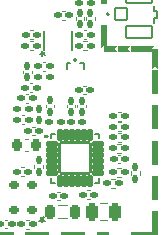
<source format=gbr>
%TF.GenerationSoftware,KiCad,Pcbnew,9.0.4-9.0.4-0~ubuntu22.04.1*%
%TF.CreationDate,2025-08-28T19:05:07+08:00*%
%TF.ProjectId,LoRa-TW,4c6f5261-2d54-4572-9e6b-696361645f70,0.1*%
%TF.SameCoordinates,Original*%
%TF.FileFunction,Legend,Top*%
%TF.FilePolarity,Positive*%
%FSLAX46Y46*%
G04 Gerber Fmt 4.6, Leading zero omitted, Abs format (unit mm)*
G04 Created by KiCad (PCBNEW 9.0.4-9.0.4-0~ubuntu22.04.1) date 2025-08-28 19:05:07*
%MOMM*%
%LPD*%
G01*
G04 APERTURE LIST*
G04 Aperture macros list*
%AMRoundRect*
0 Rectangle with rounded corners*
0 $1 Rounding radius*
0 $2 $3 $4 $5 $6 $7 $8 $9 X,Y pos of 4 corners*
0 Add a 4 corners polygon primitive as box body*
4,1,4,$2,$3,$4,$5,$6,$7,$8,$9,$2,$3,0*
0 Add four circle primitives for the rounded corners*
1,1,$1+$1,$2,$3*
1,1,$1+$1,$4,$5*
1,1,$1+$1,$6,$7*
1,1,$1+$1,$8,$9*
0 Add four rect primitives between the rounded corners*
20,1,$1+$1,$2,$3,$4,$5,0*
20,1,$1+$1,$4,$5,$6,$7,0*
20,1,$1+$1,$6,$7,$8,$9,0*
20,1,$1+$1,$8,$9,$2,$3,0*%
G04 Aperture macros list end*
%ADD10C,0.150000*%
%ADD11C,0.120000*%
%ADD12C,0.152400*%
%ADD13C,0.300000*%
%ADD14C,0.127000*%
%ADD15C,0.200000*%
%ADD16RoundRect,0.135000X0.165000X0.135000X-0.165000X0.135000X-0.165000X-0.135000X0.165000X-0.135000X0*%
%ADD17R,0.381000X0.304800*%
%ADD18RoundRect,0.218750X-0.218750X-0.381250X0.218750X-0.381250X0.218750X0.381250X-0.218750X0.381250X0*%
%ADD19RoundRect,0.135000X-0.135000X0.175000X-0.135000X-0.175000X0.135000X-0.175000X0.135000X0.175000X0*%
%ADD20RoundRect,0.135000X-0.175000X-0.135000X0.175000X-0.135000X0.175000X0.135000X-0.175000X0.135000X0*%
%ADD21R,0.355600X0.787400*%
%ADD22RoundRect,0.210000X0.215000X0.140000X-0.215000X0.140000X-0.215000X-0.140000X0.215000X-0.140000X0*%
%ADD23RoundRect,0.135000X0.175000X0.135000X-0.175000X0.135000X-0.175000X-0.135000X0.175000X-0.135000X0*%
%ADD24RoundRect,0.135000X0.135000X-0.165000X0.135000X0.165000X-0.135000X0.165000X-0.135000X-0.165000X0*%
%ADD25RoundRect,0.135000X-0.165000X-0.135000X0.165000X-0.135000X0.165000X0.135000X-0.165000X0.135000X0*%
%ADD26RoundRect,0.135000X0.135000X-0.175000X0.135000X0.175000X-0.135000X0.175000X-0.135000X-0.175000X0*%
%ADD27RoundRect,0.225000X0.225000X0.250000X-0.225000X0.250000X-0.225000X-0.250000X0.225000X-0.250000X0*%
%ADD28RoundRect,0.250000X0.250000X0.475000X-0.250000X0.475000X-0.250000X-0.475000X0.250000X-0.475000X0*%
%ADD29RoundRect,0.102000X-0.420000X-0.130000X0.420000X-0.130000X0.420000X0.130000X-0.420000X0.130000X0*%
%ADD30RoundRect,0.102000X-0.130000X-0.420000X0.130000X-0.420000X0.130000X0.420000X-0.130000X0.420000X0*%
%ADD31RoundRect,0.102000X-1.300000X-1.300000X1.300000X-1.300000X1.300000X1.300000X-1.300000X1.300000X0*%
%ADD32RoundRect,0.102000X-0.525000X0.500000X-0.525000X-0.500000X0.525000X-0.500000X0.525000X0.500000X0*%
%ADD33RoundRect,0.102000X-1.100000X0.525000X-1.100000X-0.525000X1.100000X-0.525000X1.100000X0.525000X0*%
%ADD34RoundRect,0.250000X0.000010X-1.000000X0.000010X1.000000X-0.000010X1.000000X-0.000010X-1.000000X0*%
%ADD35RoundRect,0.250000X-1.000000X-0.000010X1.000000X-0.000010X1.000000X0.000010X-1.000000X0.000010X0*%
%ADD36RoundRect,0.250000X-0.500000X-0.000010X0.500000X-0.000010X0.500000X0.000010X-0.500000X0.000010X0*%
%ADD37RoundRect,0.250000X-0.000010X0.500000X-0.000010X-0.500000X0.000010X-0.500000X0.000010X0.500000X0*%
%ADD38RoundRect,0.250000X-0.000010X1.000000X-0.000010X-1.000000X0.000010X-1.000000X0.000010X1.000000X0*%
%ADD39R,1.350000X1.350000*%
%ADD40C,1.350000*%
G04 APERTURE END LIST*
D10*
X151824819Y-93399999D02*
X152062914Y-93399999D01*
X151967676Y-93638094D02*
X152062914Y-93399999D01*
X152062914Y-93399999D02*
X151967676Y-93161904D01*
X152253390Y-93542856D02*
X152062914Y-93399999D01*
X152062914Y-93399999D02*
X152253390Y-93257142D01*
X151999999Y-107695180D02*
X151999999Y-107457085D01*
X152238094Y-107552323D02*
X151999999Y-107457085D01*
X151999999Y-107457085D02*
X151761904Y-107552323D01*
X152142856Y-107266609D02*
X151999999Y-107457085D01*
X151999999Y-107457085D02*
X151857142Y-107266609D01*
D11*
%TO.C,R7*%
X158673641Y-101020000D02*
X158366359Y-101020000D01*
X158673641Y-101780000D02*
X158366359Y-101780000D01*
D12*
%TO.C,FL1*%
X154056100Y-94163950D02*
X154056100Y-94663560D01*
X154343246Y-94163950D02*
X154056100Y-94163950D01*
X155503900Y-94163950D02*
X155216754Y-94163950D01*
X155503900Y-94663560D02*
X155503900Y-94163950D01*
D13*
X154780010Y-93940250D02*
X154780010Y-93940251D01*
X154780010Y-93940252D01*
X154780010Y-93940253D01*
X154780009Y-93940253D01*
X154780009Y-93940254D01*
X154780009Y-93940255D01*
X154780008Y-93940256D01*
X154780008Y-93940256D01*
X154780007Y-93940257D01*
X154780006Y-93940258D01*
X154780006Y-93940258D01*
X154780005Y-93940259D01*
X154780004Y-93940259D01*
X154780003Y-93940259D01*
X154780003Y-93940260D01*
X154780002Y-93940260D01*
X154780001Y-93940260D01*
X154780000Y-93940260D01*
X154779999Y-93940260D01*
X154779998Y-93940260D01*
X154779997Y-93940260D01*
X154779997Y-93940259D01*
X154779996Y-93940259D01*
X154779995Y-93940259D01*
X154779994Y-93940258D01*
X154779994Y-93940258D01*
X154779993Y-93940257D01*
X154779992Y-93940256D01*
X154779992Y-93940256D01*
X154779991Y-93940255D01*
X154779991Y-93940254D01*
X154779991Y-93940253D01*
X154779990Y-93940253D01*
X154779990Y-93940252D01*
X154779990Y-93940251D01*
X154779990Y-93940250D01*
X154779990Y-93940250D02*
X154779990Y-93940249D01*
X154779990Y-93940248D01*
X154779990Y-93940247D01*
X154779991Y-93940247D01*
X154779991Y-93940246D01*
X154779991Y-93940245D01*
X154779992Y-93940244D01*
X154779992Y-93940244D01*
X154779993Y-93940243D01*
X154779994Y-93940242D01*
X154779994Y-93940242D01*
X154779995Y-93940241D01*
X154779996Y-93940241D01*
X154779997Y-93940241D01*
X154779997Y-93940240D01*
X154779998Y-93940240D01*
X154779999Y-93940240D01*
X154780000Y-93940240D01*
X154780001Y-93940240D01*
X154780002Y-93940240D01*
X154780003Y-93940240D01*
X154780003Y-93940241D01*
X154780004Y-93940241D01*
X154780005Y-93940241D01*
X154780006Y-93940242D01*
X154780006Y-93940242D01*
X154780007Y-93940243D01*
X154780008Y-93940244D01*
X154780008Y-93940244D01*
X154780009Y-93940245D01*
X154780009Y-93940246D01*
X154780009Y-93940247D01*
X154780010Y-93940247D01*
X154780010Y-93940248D01*
X154780010Y-93940249D01*
X154780010Y-93940250D01*
D11*
%TO.C,L7*%
X153340378Y-106210000D02*
X154139622Y-106210000D01*
X153340378Y-107330000D02*
X154139622Y-107330000D01*
%TO.C,C3*%
X154980000Y-97742164D02*
X154980000Y-97957836D01*
X155700000Y-97742164D02*
X155700000Y-97957836D01*
%TO.C,R9*%
X158673641Y-103050000D02*
X158366359Y-103050000D01*
X158673641Y-103810000D02*
X158366359Y-103810000D01*
D12*
%TO.C,S1*%
X152133500Y-91519900D02*
X152133500Y-93120100D01*
X154546500Y-93120100D02*
X154546500Y-91519900D01*
D11*
%TO.C,C14*%
X152047164Y-94125000D02*
X152262836Y-94125000D01*
X152047164Y-94845000D02*
X152262836Y-94845000D01*
%TO.C,R1*%
X151340000Y-103103641D02*
X151340000Y-102796359D01*
X152100000Y-103103641D02*
X152100000Y-102796359D01*
%TO.C,FB1*%
X150596359Y-107460000D02*
X150903641Y-107460000D01*
X150596359Y-108220000D02*
X150903641Y-108220000D01*
%TO.C,C18*%
X153487836Y-105100000D02*
X153272164Y-105100000D01*
X153487836Y-105820000D02*
X153272164Y-105820000D01*
%TO.C,C16*%
X154820000Y-90547836D02*
X154820000Y-90332164D01*
X155540000Y-90547836D02*
X155540000Y-90332164D01*
%TO.C,C11*%
X152280000Y-97732164D02*
X152280000Y-97947836D01*
X153000000Y-97732164D02*
X153000000Y-97947836D01*
%TO.C,C8*%
X151152164Y-99600000D02*
X151367836Y-99600000D01*
X151152164Y-100320000D02*
X151367836Y-100320000D01*
%TO.C,C13*%
X151157836Y-95925000D02*
X150942164Y-95925000D01*
X151157836Y-96645000D02*
X150942164Y-96645000D01*
%TO.C,C5*%
X155677836Y-96130000D02*
X155462164Y-96130000D01*
X155677836Y-96850000D02*
X155462164Y-96850000D01*
%TO.C,C21*%
X150820581Y-100630000D02*
X150539419Y-100630000D01*
X150820581Y-101650000D02*
X150539419Y-101650000D01*
%TO.C,R5*%
X158683641Y-99210000D02*
X158376359Y-99210000D01*
X158683641Y-99970000D02*
X158376359Y-99970000D01*
%TO.C,C7*%
X150992164Y-91440000D02*
X151207836Y-91440000D01*
X150992164Y-92160000D02*
X151207836Y-92160000D01*
%TO.C,R10*%
X157856359Y-103980000D02*
X158163641Y-103980000D01*
X157856359Y-104740000D02*
X158163641Y-104740000D01*
%TO.C,C20*%
X157451252Y-106035000D02*
X156928748Y-106035000D01*
X157451252Y-107505000D02*
X156928748Y-107505000D01*
%TO.C,R2*%
X155773641Y-92350000D02*
X155466359Y-92350000D01*
X155773641Y-93110000D02*
X155466359Y-93110000D01*
D14*
%TO.C,U1*%
X152732500Y-100220125D02*
X152732500Y-100580125D01*
X152732500Y-104320125D02*
X152732500Y-103960125D01*
X153092500Y-100220125D02*
X152732500Y-100220125D01*
X153092500Y-104320125D02*
X152732500Y-104320125D01*
X156472500Y-104320125D02*
X156832500Y-104320125D01*
X156832500Y-100220125D02*
X156472500Y-100220125D01*
X156832500Y-100580125D02*
X156832500Y-100220125D01*
X156832500Y-104320125D02*
X156832500Y-103960125D01*
D13*
X152372500Y-100400125D02*
G75*
G02*
X152272500Y-100400125I-50000J0D01*
G01*
X152272500Y-100400125D02*
G75*
G02*
X152372500Y-100400125I50000J0D01*
G01*
D11*
%TO.C,C6*%
X155717836Y-91440000D02*
X155502164Y-91440000D01*
X155717836Y-92160000D02*
X155502164Y-92160000D01*
%TO.C,C1*%
X150232164Y-103030000D02*
X150447836Y-103030000D01*
X150232164Y-103750000D02*
X150447836Y-103750000D01*
%TO.C,C12*%
X150380000Y-94827164D02*
X150380000Y-95042836D01*
X151100000Y-94827164D02*
X151100000Y-95042836D01*
%TO.C,R4*%
X158683641Y-98310000D02*
X158376359Y-98310000D01*
X158683641Y-99070000D02*
X158376359Y-99070000D01*
%TO.C,C17*%
X155720000Y-90547836D02*
X155720000Y-90332164D01*
X156440000Y-90547836D02*
X156440000Y-90332164D01*
%TO.C,C19*%
X155832164Y-104980000D02*
X156047836Y-104980000D01*
X155832164Y-105700000D02*
X156047836Y-105700000D01*
%TO.C,C23*%
X158412164Y-101940000D02*
X158627836Y-101940000D01*
X158412164Y-102660000D02*
X158627836Y-102660000D01*
%TO.C,R3*%
X150926359Y-92350000D02*
X151233641Y-92350000D01*
X150926359Y-93110000D02*
X151233641Y-93110000D01*
D14*
%TO.C,J1*%
X161470000Y-89780000D02*
X161470000Y-89380000D01*
X161470000Y-90380000D02*
X161720000Y-90380000D01*
X161470000Y-90780000D02*
X161470000Y-90380000D01*
X161720000Y-89780000D02*
X161470000Y-89780000D01*
X161720000Y-90380000D02*
X161720000Y-89780000D01*
D15*
X157660000Y-90060000D02*
G75*
G02*
X157460000Y-90060000I-100000J0D01*
G01*
X157460000Y-90060000D02*
G75*
G02*
X157660000Y-90060000I100000J0D01*
G01*
D11*
%TO.C,C10*%
X150612164Y-96825000D02*
X150827836Y-96825000D01*
X150612164Y-97545000D02*
X150827836Y-97545000D01*
%TO.C,C4*%
X154080000Y-97742164D02*
X154080000Y-97957836D01*
X154800000Y-97742164D02*
X154800000Y-97957836D01*
%TO.C,C15*%
X153917836Y-89800000D02*
X153702164Y-89800000D01*
X153917836Y-90520000D02*
X153702164Y-90520000D01*
%TO.C,C2*%
X148812164Y-107460000D02*
X149027836Y-107460000D01*
X148812164Y-108180000D02*
X149027836Y-108180000D01*
%TO.C,C9*%
X150272164Y-98625000D02*
X150487836Y-98625000D01*
X150272164Y-99345000D02*
X150487836Y-99345000D01*
%TO.C,R6*%
X158683641Y-100110000D02*
X158376359Y-100110000D01*
X158683641Y-100870000D02*
X158376359Y-100870000D01*
%TO.C,R8*%
X159500000Y-103663641D02*
X159500000Y-103356359D01*
X160260000Y-103663641D02*
X160260000Y-103356359D01*
%TD*%
%LPC*%
D16*
%TO.C,R7*%
X159030000Y-101400000D03*
X158010000Y-101400000D03*
%TD*%
D17*
%TO.C,FL1*%
X154780000Y-94540124D03*
X154492500Y-95040250D03*
X154492500Y-95540125D03*
X155067500Y-95540125D03*
X155067500Y-95040250D03*
%TD*%
D18*
%TO.C,L7*%
X152677500Y-106770000D03*
X154802500Y-106770000D03*
%TD*%
D19*
%TO.C,C3*%
X155340000Y-97370000D03*
X155340000Y-98330000D03*
%TD*%
D20*
%TO.C,L5*%
X151665000Y-95385000D03*
X152635000Y-95385000D03*
%TD*%
D16*
%TO.C,R9*%
X159030000Y-103430000D03*
X158010000Y-103430000D03*
%TD*%
D21*
%TO.C,S1*%
X152690001Y-93386800D03*
X153340000Y-93386800D03*
X153989999Y-93386800D03*
X153989999Y-91253200D03*
X153340000Y-91253200D03*
X152690001Y-91253200D03*
%TD*%
D19*
%TO.C,L3*%
X151730000Y-98055000D03*
X151730000Y-99025000D03*
%TD*%
D20*
%TO.C,C14*%
X151675000Y-94485000D03*
X152635000Y-94485000D03*
%TD*%
D22*
%TO.C,X1*%
X151110000Y-106668200D03*
X151110000Y-104560000D03*
X149586000Y-104560000D03*
X149586000Y-106668200D03*
%TD*%
D23*
%TO.C,L4*%
X150865000Y-98085000D03*
X149895000Y-98085000D03*
%TD*%
D24*
%TO.C,R1*%
X151720000Y-103460000D03*
X151720000Y-102440000D03*
%TD*%
D25*
%TO.C,FB1*%
X150240000Y-107840000D03*
X151260000Y-107840000D03*
%TD*%
D23*
%TO.C,C18*%
X153860000Y-105460000D03*
X152900000Y-105460000D03*
%TD*%
D26*
%TO.C,C16*%
X155180000Y-90920000D03*
X155180000Y-89960000D03*
%TD*%
D19*
%TO.C,C11*%
X152640000Y-97360000D03*
X152640000Y-98320000D03*
%TD*%
D20*
%TO.C,C8*%
X150780000Y-99960000D03*
X151740000Y-99960000D03*
%TD*%
D23*
%TO.C,C13*%
X151530000Y-96285000D03*
X150570000Y-96285000D03*
%TD*%
%TO.C,C5*%
X156050000Y-96490000D03*
X155090000Y-96490000D03*
%TD*%
D27*
%TO.C,C21*%
X151455000Y-101140000D03*
X149905000Y-101140000D03*
%TD*%
D16*
%TO.C,R5*%
X159040000Y-99590000D03*
X158020000Y-99590000D03*
%TD*%
D20*
%TO.C,C7*%
X150620000Y-91800000D03*
X151580000Y-91800000D03*
%TD*%
D25*
%TO.C,R10*%
X157500000Y-104360000D03*
X158520000Y-104360000D03*
%TD*%
D28*
%TO.C,C20*%
X158140000Y-106770000D03*
X156240000Y-106770000D03*
%TD*%
D16*
%TO.C,R2*%
X156130000Y-92730000D03*
X155110000Y-92730000D03*
%TD*%
D29*
%TO.C,U1*%
X152837500Y-101020125D03*
X152837500Y-101520125D03*
X152837500Y-102020125D03*
X152837500Y-102520125D03*
X152837500Y-103020125D03*
X152837500Y-103520125D03*
D30*
X153532500Y-104215125D03*
X154032500Y-104215125D03*
X154532500Y-104215125D03*
X155032500Y-104215125D03*
X155532500Y-104215125D03*
X156032500Y-104215125D03*
D29*
X156727500Y-103520125D03*
X156727500Y-103020125D03*
X156727500Y-102520125D03*
X156727500Y-102020125D03*
X156727500Y-101520125D03*
X156727500Y-101020125D03*
D30*
X156032500Y-100325125D03*
X155532500Y-100325125D03*
X155032500Y-100325125D03*
X154532500Y-100325125D03*
X154032500Y-100325125D03*
X153532500Y-100325125D03*
D31*
X154782500Y-102270125D03*
%TD*%
D23*
%TO.C,C6*%
X156090000Y-91800000D03*
X155130000Y-91800000D03*
%TD*%
D20*
%TO.C,C1*%
X149860000Y-103390000D03*
X150820000Y-103390000D03*
%TD*%
D19*
%TO.C,C12*%
X150740000Y-94455000D03*
X150740000Y-95415000D03*
%TD*%
D16*
%TO.C,R4*%
X159040000Y-98690000D03*
X158020000Y-98690000D03*
%TD*%
D26*
%TO.C,C17*%
X156080000Y-90920000D03*
X156080000Y-89960000D03*
%TD*%
D20*
%TO.C,C19*%
X155460000Y-105340000D03*
X156420000Y-105340000D03*
%TD*%
%TO.C,L6*%
X155125000Y-89080000D03*
X156095000Y-89080000D03*
%TD*%
%TO.C,C23*%
X158040000Y-102300000D03*
X159000000Y-102300000D03*
%TD*%
D25*
%TO.C,R3*%
X150570000Y-92730000D03*
X151590000Y-92730000D03*
%TD*%
D32*
%TO.C,J1*%
X158645000Y-90080000D03*
D33*
X160170000Y-91555000D03*
X160170000Y-88605000D03*
%TD*%
D23*
%TO.C,L1*%
X155395000Y-99210000D03*
X154425000Y-99210000D03*
%TD*%
%TO.C,L2*%
X153565000Y-99200000D03*
X152595000Y-99200000D03*
%TD*%
D20*
%TO.C,C10*%
X150240000Y-97185000D03*
X151200000Y-97185000D03*
%TD*%
D19*
%TO.C,C4*%
X154440000Y-97370000D03*
X154440000Y-98330000D03*
%TD*%
D23*
%TO.C,C15*%
X154290000Y-90160000D03*
X153330000Y-90160000D03*
%TD*%
D20*
%TO.C,C2*%
X148440000Y-107820000D03*
X149400000Y-107820000D03*
%TD*%
%TO.C,C9*%
X149900000Y-98985000D03*
X150860000Y-98985000D03*
%TD*%
D34*
%TO.C,J3*%
X147570000Y-89180000D03*
X147570000Y-89780000D03*
X147570000Y-92780000D03*
X147570000Y-95780000D03*
X147570000Y-98780000D03*
X147570000Y-101780000D03*
X147570000Y-104780000D03*
X147570000Y-107780000D03*
D35*
X148570000Y-88180000D03*
X148570000Y-108780000D03*
X151570000Y-88180000D03*
X151570000Y-108780000D03*
X154570000Y-88180000D03*
X154570000Y-108780000D03*
X156270000Y-88180000D03*
D36*
X157120000Y-108780000D03*
D37*
X157270000Y-88680000D03*
D38*
X157270000Y-92030000D03*
D35*
X158270000Y-93030000D03*
X159420000Y-93030000D03*
X160570000Y-93030000D03*
X160570000Y-108780000D03*
D38*
X161570000Y-94030000D03*
X161570000Y-95780000D03*
X161570000Y-98780000D03*
X161570000Y-101780000D03*
X161570000Y-104780000D03*
X161570000Y-107780000D03*
%TD*%
D16*
%TO.C,R6*%
X159040000Y-100490000D03*
X158020000Y-100490000D03*
%TD*%
D24*
%TO.C,R8*%
X159880000Y-104020000D03*
X159880000Y-103000000D03*
%TD*%
D39*
%TO.C,J2*%
X159480000Y-112760000D03*
D40*
X159480000Y-110760000D03*
X157480000Y-112760000D03*
X157480000Y-110760000D03*
X155480000Y-112760000D03*
X155480000Y-110760000D03*
X153480000Y-112760000D03*
X153480000Y-110760000D03*
X151480000Y-112760000D03*
X151480000Y-110760000D03*
X149480000Y-112760000D03*
X149480000Y-110760000D03*
%TD*%
%LPD*%
M02*

</source>
